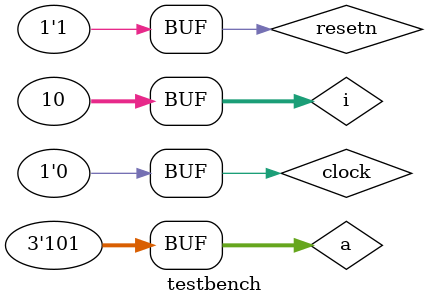
<source format=v>
module testbench();
reg [2:0] a;
reg clock, resetn;
wire [12:0] out;
wire done;
integer i;
factorial faccalc(a, clock, resetn, out, done);
initial begin
a=5;
resetn=1; clock =1;
#5 resetn=0; #5 resetn=1;
for(i=0; i<10; i=i+1)begin
	clock=1;#50; clock=0; #50;
end

end
endmodule
</source>
